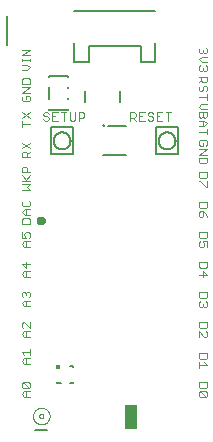
<source format=gto>
G75*
%MOIN*%
%OFA0B0*%
%FSLAX25Y25*%
%IPPOS*%
%LPD*%
%AMOC8*
5,1,8,0,0,1.08239X$1,22.5*
%
%ADD10C,0.00800*%
%ADD11C,0.00500*%
%ADD12C,0.01600*%
%ADD13C,0.00400*%
%ADD14R,0.03937X0.07874*%
%ADD15R,0.01000X0.10000*%
%ADD16C,0.00600*%
%ADD17R,0.01181X0.01181*%
D10*
X0019810Y0006476D02*
X0023747Y0006476D01*
X0042478Y0108100D02*
X0042480Y0108120D01*
X0042486Y0108138D01*
X0042495Y0108156D01*
X0042507Y0108171D01*
X0042522Y0108183D01*
X0042540Y0108192D01*
X0042558Y0108198D01*
X0042578Y0108200D01*
X0042598Y0108198D01*
X0042616Y0108192D01*
X0042634Y0108183D01*
X0042649Y0108171D01*
X0042661Y0108156D01*
X0042670Y0108138D01*
X0042676Y0108120D01*
X0042678Y0108100D01*
X0042676Y0108080D01*
X0042670Y0108062D01*
X0042661Y0108044D01*
X0042649Y0108029D01*
X0042634Y0108017D01*
X0042616Y0108008D01*
X0042598Y0108002D01*
X0042578Y0108000D01*
X0042558Y0108002D01*
X0042540Y0108008D01*
X0042522Y0108017D01*
X0042507Y0108029D01*
X0042495Y0108044D01*
X0042486Y0108062D01*
X0042480Y0108080D01*
X0042478Y0108100D01*
X0037517Y0129173D02*
X0032793Y0129173D01*
X0032793Y0135472D01*
X0037517Y0134685D02*
X0037517Y0129173D01*
X0037517Y0134685D02*
X0054840Y0134685D01*
X0054840Y0129173D01*
X0059564Y0129173D01*
X0059564Y0135472D01*
X0059564Y0146102D02*
X0032793Y0146102D01*
D11*
X0036173Y0119606D02*
X0036173Y0115794D01*
X0032378Y0107500D02*
X0024978Y0107500D01*
X0024941Y0107506D02*
X0024941Y0098537D01*
X0024978Y0098500D01*
X0032378Y0098500D01*
X0032378Y0107500D01*
X0025862Y0103000D02*
X0025864Y0103106D01*
X0025870Y0103212D01*
X0025880Y0103317D01*
X0025894Y0103422D01*
X0025912Y0103527D01*
X0025933Y0103630D01*
X0025959Y0103733D01*
X0025989Y0103835D01*
X0026022Y0103935D01*
X0026059Y0104035D01*
X0026100Y0104132D01*
X0026144Y0104229D01*
X0026192Y0104323D01*
X0026244Y0104416D01*
X0026299Y0104506D01*
X0026357Y0104595D01*
X0026419Y0104681D01*
X0026483Y0104765D01*
X0026551Y0104846D01*
X0026622Y0104925D01*
X0026696Y0105001D01*
X0026773Y0105074D01*
X0026852Y0105144D01*
X0026934Y0105211D01*
X0027019Y0105275D01*
X0027105Y0105336D01*
X0027194Y0105393D01*
X0027285Y0105448D01*
X0027378Y0105498D01*
X0027473Y0105545D01*
X0027570Y0105589D01*
X0027668Y0105629D01*
X0027768Y0105665D01*
X0027868Y0105697D01*
X0027971Y0105726D01*
X0028074Y0105750D01*
X0028177Y0105771D01*
X0028282Y0105788D01*
X0028387Y0105801D01*
X0028493Y0105810D01*
X0028599Y0105815D01*
X0028704Y0105816D01*
X0028810Y0105813D01*
X0028916Y0105806D01*
X0029021Y0105795D01*
X0029126Y0105780D01*
X0029231Y0105761D01*
X0029334Y0105739D01*
X0029437Y0105712D01*
X0029538Y0105681D01*
X0029638Y0105647D01*
X0029737Y0105609D01*
X0029835Y0105567D01*
X0029930Y0105522D01*
X0030024Y0105473D01*
X0030116Y0105421D01*
X0030207Y0105365D01*
X0030294Y0105306D01*
X0030380Y0105243D01*
X0030463Y0105178D01*
X0030544Y0105109D01*
X0030622Y0105037D01*
X0030697Y0104963D01*
X0030770Y0104886D01*
X0030839Y0104806D01*
X0030905Y0104723D01*
X0030969Y0104638D01*
X0031029Y0104551D01*
X0031085Y0104461D01*
X0031138Y0104370D01*
X0031188Y0104276D01*
X0031234Y0104181D01*
X0031277Y0104084D01*
X0031316Y0103985D01*
X0031351Y0103885D01*
X0031383Y0103784D01*
X0031410Y0103682D01*
X0031434Y0103579D01*
X0031454Y0103474D01*
X0031470Y0103370D01*
X0031482Y0103264D01*
X0031490Y0103159D01*
X0031494Y0103053D01*
X0031494Y0102947D01*
X0031490Y0102841D01*
X0031482Y0102736D01*
X0031470Y0102630D01*
X0031454Y0102526D01*
X0031434Y0102421D01*
X0031410Y0102318D01*
X0031383Y0102216D01*
X0031351Y0102115D01*
X0031316Y0102015D01*
X0031277Y0101916D01*
X0031234Y0101819D01*
X0031188Y0101724D01*
X0031138Y0101630D01*
X0031085Y0101539D01*
X0031029Y0101449D01*
X0030969Y0101362D01*
X0030905Y0101277D01*
X0030839Y0101194D01*
X0030770Y0101114D01*
X0030697Y0101037D01*
X0030622Y0100963D01*
X0030544Y0100891D01*
X0030463Y0100822D01*
X0030380Y0100757D01*
X0030294Y0100694D01*
X0030207Y0100635D01*
X0030116Y0100579D01*
X0030024Y0100527D01*
X0029930Y0100478D01*
X0029835Y0100433D01*
X0029737Y0100391D01*
X0029638Y0100353D01*
X0029538Y0100319D01*
X0029437Y0100288D01*
X0029334Y0100261D01*
X0029231Y0100239D01*
X0029126Y0100220D01*
X0029021Y0100205D01*
X0028916Y0100194D01*
X0028810Y0100187D01*
X0028704Y0100184D01*
X0028599Y0100185D01*
X0028493Y0100190D01*
X0028387Y0100199D01*
X0028282Y0100212D01*
X0028177Y0100229D01*
X0028074Y0100250D01*
X0027971Y0100274D01*
X0027868Y0100303D01*
X0027768Y0100335D01*
X0027668Y0100371D01*
X0027570Y0100411D01*
X0027473Y0100455D01*
X0027378Y0100502D01*
X0027285Y0100552D01*
X0027194Y0100607D01*
X0027105Y0100664D01*
X0027019Y0100725D01*
X0026934Y0100789D01*
X0026852Y0100856D01*
X0026773Y0100926D01*
X0026696Y0100999D01*
X0026622Y0101075D01*
X0026551Y0101154D01*
X0026483Y0101235D01*
X0026419Y0101319D01*
X0026357Y0101405D01*
X0026299Y0101494D01*
X0026244Y0101584D01*
X0026192Y0101677D01*
X0026144Y0101771D01*
X0026100Y0101868D01*
X0026059Y0101965D01*
X0026022Y0102065D01*
X0025989Y0102165D01*
X0025959Y0102267D01*
X0025933Y0102370D01*
X0025912Y0102473D01*
X0025894Y0102578D01*
X0025880Y0102683D01*
X0025870Y0102788D01*
X0025864Y0102894D01*
X0025862Y0103000D01*
X0042478Y0098100D02*
X0049878Y0098100D01*
X0049878Y0107900D02*
X0043878Y0107900D01*
X0047984Y0115794D02*
X0047984Y0119606D01*
X0059941Y0107506D02*
X0059941Y0098537D01*
X0059978Y0098500D01*
X0067378Y0098500D01*
X0067378Y0107500D01*
X0059978Y0107500D01*
X0060862Y0103000D02*
X0060864Y0103106D01*
X0060870Y0103212D01*
X0060880Y0103317D01*
X0060894Y0103422D01*
X0060912Y0103527D01*
X0060933Y0103630D01*
X0060959Y0103733D01*
X0060989Y0103835D01*
X0061022Y0103935D01*
X0061059Y0104035D01*
X0061100Y0104132D01*
X0061144Y0104229D01*
X0061192Y0104323D01*
X0061244Y0104416D01*
X0061299Y0104506D01*
X0061357Y0104595D01*
X0061419Y0104681D01*
X0061483Y0104765D01*
X0061551Y0104846D01*
X0061622Y0104925D01*
X0061696Y0105001D01*
X0061773Y0105074D01*
X0061852Y0105144D01*
X0061934Y0105211D01*
X0062019Y0105275D01*
X0062105Y0105336D01*
X0062194Y0105393D01*
X0062285Y0105448D01*
X0062378Y0105498D01*
X0062473Y0105545D01*
X0062570Y0105589D01*
X0062668Y0105629D01*
X0062768Y0105665D01*
X0062868Y0105697D01*
X0062971Y0105726D01*
X0063074Y0105750D01*
X0063177Y0105771D01*
X0063282Y0105788D01*
X0063387Y0105801D01*
X0063493Y0105810D01*
X0063599Y0105815D01*
X0063704Y0105816D01*
X0063810Y0105813D01*
X0063916Y0105806D01*
X0064021Y0105795D01*
X0064126Y0105780D01*
X0064231Y0105761D01*
X0064334Y0105739D01*
X0064437Y0105712D01*
X0064538Y0105681D01*
X0064638Y0105647D01*
X0064737Y0105609D01*
X0064835Y0105567D01*
X0064930Y0105522D01*
X0065024Y0105473D01*
X0065116Y0105421D01*
X0065207Y0105365D01*
X0065294Y0105306D01*
X0065380Y0105243D01*
X0065463Y0105178D01*
X0065544Y0105109D01*
X0065622Y0105037D01*
X0065697Y0104963D01*
X0065770Y0104886D01*
X0065839Y0104806D01*
X0065905Y0104723D01*
X0065969Y0104638D01*
X0066029Y0104551D01*
X0066085Y0104461D01*
X0066138Y0104370D01*
X0066188Y0104276D01*
X0066234Y0104181D01*
X0066277Y0104084D01*
X0066316Y0103985D01*
X0066351Y0103885D01*
X0066383Y0103784D01*
X0066410Y0103682D01*
X0066434Y0103579D01*
X0066454Y0103474D01*
X0066470Y0103370D01*
X0066482Y0103264D01*
X0066490Y0103159D01*
X0066494Y0103053D01*
X0066494Y0102947D01*
X0066490Y0102841D01*
X0066482Y0102736D01*
X0066470Y0102630D01*
X0066454Y0102526D01*
X0066434Y0102421D01*
X0066410Y0102318D01*
X0066383Y0102216D01*
X0066351Y0102115D01*
X0066316Y0102015D01*
X0066277Y0101916D01*
X0066234Y0101819D01*
X0066188Y0101724D01*
X0066138Y0101630D01*
X0066085Y0101539D01*
X0066029Y0101449D01*
X0065969Y0101362D01*
X0065905Y0101277D01*
X0065839Y0101194D01*
X0065770Y0101114D01*
X0065697Y0101037D01*
X0065622Y0100963D01*
X0065544Y0100891D01*
X0065463Y0100822D01*
X0065380Y0100757D01*
X0065294Y0100694D01*
X0065207Y0100635D01*
X0065116Y0100579D01*
X0065024Y0100527D01*
X0064930Y0100478D01*
X0064835Y0100433D01*
X0064737Y0100391D01*
X0064638Y0100353D01*
X0064538Y0100319D01*
X0064437Y0100288D01*
X0064334Y0100261D01*
X0064231Y0100239D01*
X0064126Y0100220D01*
X0064021Y0100205D01*
X0063916Y0100194D01*
X0063810Y0100187D01*
X0063704Y0100184D01*
X0063599Y0100185D01*
X0063493Y0100190D01*
X0063387Y0100199D01*
X0063282Y0100212D01*
X0063177Y0100229D01*
X0063074Y0100250D01*
X0062971Y0100274D01*
X0062868Y0100303D01*
X0062768Y0100335D01*
X0062668Y0100371D01*
X0062570Y0100411D01*
X0062473Y0100455D01*
X0062378Y0100502D01*
X0062285Y0100552D01*
X0062194Y0100607D01*
X0062105Y0100664D01*
X0062019Y0100725D01*
X0061934Y0100789D01*
X0061852Y0100856D01*
X0061773Y0100926D01*
X0061696Y0100999D01*
X0061622Y0101075D01*
X0061551Y0101154D01*
X0061483Y0101235D01*
X0061419Y0101319D01*
X0061357Y0101405D01*
X0061299Y0101494D01*
X0061244Y0101584D01*
X0061192Y0101677D01*
X0061144Y0101771D01*
X0061100Y0101868D01*
X0061059Y0101965D01*
X0061022Y0102065D01*
X0060989Y0102165D01*
X0060959Y0102267D01*
X0060933Y0102370D01*
X0060912Y0102473D01*
X0060894Y0102578D01*
X0060880Y0102683D01*
X0060870Y0102788D01*
X0060864Y0102894D01*
X0060862Y0103000D01*
D12*
X0020995Y0076400D02*
X0020997Y0076448D01*
X0021003Y0076496D01*
X0021013Y0076543D01*
X0021027Y0076589D01*
X0021044Y0076634D01*
X0021065Y0076677D01*
X0021090Y0076719D01*
X0021118Y0076758D01*
X0021149Y0076795D01*
X0021183Y0076829D01*
X0021220Y0076860D01*
X0021259Y0076888D01*
X0021301Y0076913D01*
X0021344Y0076934D01*
X0021389Y0076951D01*
X0021435Y0076965D01*
X0021482Y0076975D01*
X0021530Y0076981D01*
X0021578Y0076983D01*
X0021626Y0076981D01*
X0021674Y0076975D01*
X0021721Y0076965D01*
X0021767Y0076951D01*
X0021812Y0076934D01*
X0021855Y0076913D01*
X0021897Y0076888D01*
X0021936Y0076860D01*
X0021973Y0076829D01*
X0022007Y0076795D01*
X0022038Y0076758D01*
X0022066Y0076719D01*
X0022091Y0076677D01*
X0022112Y0076634D01*
X0022129Y0076589D01*
X0022143Y0076543D01*
X0022153Y0076496D01*
X0022159Y0076448D01*
X0022161Y0076400D01*
X0022159Y0076352D01*
X0022153Y0076304D01*
X0022143Y0076257D01*
X0022129Y0076211D01*
X0022112Y0076166D01*
X0022091Y0076123D01*
X0022066Y0076081D01*
X0022038Y0076042D01*
X0022007Y0076005D01*
X0021973Y0075971D01*
X0021936Y0075940D01*
X0021897Y0075912D01*
X0021855Y0075887D01*
X0021812Y0075866D01*
X0021767Y0075849D01*
X0021721Y0075835D01*
X0021674Y0075825D01*
X0021626Y0075819D01*
X0021578Y0075817D01*
X0021530Y0075819D01*
X0021482Y0075825D01*
X0021435Y0075835D01*
X0021389Y0075849D01*
X0021344Y0075866D01*
X0021301Y0075887D01*
X0021259Y0075912D01*
X0021220Y0075940D01*
X0021183Y0075971D01*
X0021149Y0076005D01*
X0021118Y0076042D01*
X0021090Y0076081D01*
X0021065Y0076123D01*
X0021044Y0076166D01*
X0021027Y0076211D01*
X0021013Y0076257D01*
X0021003Y0076304D01*
X0020997Y0076352D01*
X0020995Y0076400D01*
D13*
X0018078Y0076701D02*
X0018078Y0075300D01*
X0015276Y0075300D01*
X0015276Y0076701D01*
X0015743Y0077168D01*
X0017611Y0077168D01*
X0018078Y0076701D01*
X0018078Y0078247D02*
X0016210Y0078247D01*
X0015276Y0079181D01*
X0016210Y0080115D01*
X0018078Y0080115D01*
X0017611Y0081193D02*
X0015743Y0081193D01*
X0015276Y0081660D01*
X0015276Y0082594D01*
X0015743Y0083061D01*
X0017611Y0083061D02*
X0018078Y0082594D01*
X0018078Y0081660D01*
X0017611Y0081193D01*
X0016677Y0080115D02*
X0016677Y0078247D01*
X0016577Y0072415D02*
X0017511Y0072415D01*
X0017978Y0071948D01*
X0017978Y0071014D01*
X0017511Y0070547D01*
X0016577Y0070547D02*
X0016110Y0071481D01*
X0016110Y0071948D01*
X0016577Y0072415D01*
X0015176Y0072415D02*
X0015176Y0070547D01*
X0016577Y0070547D01*
X0016577Y0069468D02*
X0016577Y0067600D01*
X0016110Y0067600D02*
X0015176Y0068534D01*
X0016110Y0069468D01*
X0017978Y0069468D01*
X0017978Y0067600D02*
X0016110Y0067600D01*
X0016577Y0062415D02*
X0016577Y0060547D01*
X0015176Y0061948D01*
X0017978Y0061948D01*
X0017978Y0059468D02*
X0016110Y0059468D01*
X0015176Y0058534D01*
X0016110Y0057600D01*
X0017978Y0057600D01*
X0016577Y0057600D02*
X0016577Y0059468D01*
X0016110Y0052615D02*
X0016577Y0052148D01*
X0017044Y0052615D01*
X0017511Y0052615D01*
X0017978Y0052148D01*
X0017978Y0051214D01*
X0017511Y0050747D01*
X0017978Y0049668D02*
X0016110Y0049668D01*
X0015176Y0048734D01*
X0016110Y0047800D01*
X0017978Y0047800D01*
X0016577Y0047800D02*
X0016577Y0049668D01*
X0015643Y0050747D02*
X0015176Y0051214D01*
X0015176Y0052148D01*
X0015643Y0052615D01*
X0016110Y0052615D01*
X0016577Y0052148D02*
X0016577Y0051681D01*
X0016110Y0042415D02*
X0015643Y0042415D01*
X0015176Y0041948D01*
X0015176Y0041014D01*
X0015643Y0040547D01*
X0016110Y0039468D02*
X0017978Y0039468D01*
X0017978Y0040547D02*
X0016110Y0042415D01*
X0017978Y0042415D02*
X0017978Y0040547D01*
X0016577Y0039468D02*
X0016577Y0037600D01*
X0016110Y0037600D02*
X0015176Y0038534D01*
X0016110Y0039468D01*
X0016110Y0037600D02*
X0017978Y0037600D01*
X0017978Y0033415D02*
X0017978Y0031547D01*
X0017978Y0032481D02*
X0015176Y0032481D01*
X0016110Y0031547D01*
X0016110Y0030468D02*
X0017978Y0030468D01*
X0016577Y0030468D02*
X0016577Y0028600D01*
X0016110Y0028600D02*
X0015176Y0029534D01*
X0016110Y0030468D01*
X0016110Y0028600D02*
X0017978Y0028600D01*
X0017511Y0022415D02*
X0015643Y0022415D01*
X0017511Y0020547D01*
X0017978Y0021014D01*
X0017978Y0021948D01*
X0017511Y0022415D01*
X0015643Y0022415D02*
X0015176Y0021948D01*
X0015176Y0021014D01*
X0015643Y0020547D01*
X0017511Y0020547D01*
X0017978Y0019468D02*
X0016110Y0019468D01*
X0015176Y0018534D01*
X0016110Y0017600D01*
X0017978Y0017600D01*
X0016577Y0017600D02*
X0016577Y0019468D01*
X0021089Y0011200D02*
X0021091Y0011252D01*
X0021097Y0011304D01*
X0021107Y0011355D01*
X0021120Y0011405D01*
X0021138Y0011455D01*
X0021159Y0011502D01*
X0021183Y0011548D01*
X0021212Y0011592D01*
X0021243Y0011634D01*
X0021277Y0011673D01*
X0021314Y0011710D01*
X0021354Y0011743D01*
X0021397Y0011774D01*
X0021441Y0011801D01*
X0021487Y0011825D01*
X0021536Y0011845D01*
X0021585Y0011861D01*
X0021636Y0011874D01*
X0021687Y0011883D01*
X0021739Y0011888D01*
X0021791Y0011889D01*
X0021843Y0011886D01*
X0021895Y0011879D01*
X0021946Y0011868D01*
X0021996Y0011854D01*
X0022045Y0011835D01*
X0022092Y0011813D01*
X0022137Y0011788D01*
X0022181Y0011759D01*
X0022222Y0011727D01*
X0022261Y0011692D01*
X0022296Y0011654D01*
X0022329Y0011613D01*
X0022359Y0011571D01*
X0022385Y0011526D01*
X0022408Y0011479D01*
X0022427Y0011430D01*
X0022443Y0011380D01*
X0022455Y0011330D01*
X0022463Y0011278D01*
X0022467Y0011226D01*
X0022467Y0011174D01*
X0022463Y0011122D01*
X0022455Y0011070D01*
X0022443Y0011020D01*
X0022427Y0010970D01*
X0022408Y0010921D01*
X0022385Y0010874D01*
X0022359Y0010829D01*
X0022329Y0010787D01*
X0022296Y0010746D01*
X0022261Y0010708D01*
X0022222Y0010673D01*
X0022181Y0010641D01*
X0022137Y0010612D01*
X0022092Y0010587D01*
X0022045Y0010565D01*
X0021996Y0010546D01*
X0021946Y0010532D01*
X0021895Y0010521D01*
X0021843Y0010514D01*
X0021791Y0010511D01*
X0021739Y0010512D01*
X0021687Y0010517D01*
X0021636Y0010526D01*
X0021585Y0010539D01*
X0021536Y0010555D01*
X0021487Y0010575D01*
X0021441Y0010599D01*
X0021397Y0010626D01*
X0021354Y0010657D01*
X0021314Y0010690D01*
X0021277Y0010727D01*
X0021243Y0010766D01*
X0021212Y0010808D01*
X0021183Y0010852D01*
X0021159Y0010898D01*
X0021138Y0010945D01*
X0021120Y0010995D01*
X0021107Y0011045D01*
X0021097Y0011096D01*
X0021091Y0011148D01*
X0021089Y0011200D01*
X0019022Y0011200D02*
X0019024Y0011305D01*
X0019030Y0011410D01*
X0019040Y0011514D01*
X0019054Y0011618D01*
X0019072Y0011722D01*
X0019094Y0011824D01*
X0019119Y0011926D01*
X0019149Y0012027D01*
X0019182Y0012126D01*
X0019219Y0012224D01*
X0019260Y0012321D01*
X0019305Y0012416D01*
X0019353Y0012509D01*
X0019404Y0012601D01*
X0019460Y0012690D01*
X0019518Y0012777D01*
X0019580Y0012862D01*
X0019644Y0012945D01*
X0019712Y0013025D01*
X0019783Y0013102D01*
X0019857Y0013176D01*
X0019934Y0013248D01*
X0020013Y0013317D01*
X0020095Y0013382D01*
X0020179Y0013445D01*
X0020266Y0013504D01*
X0020355Y0013560D01*
X0020446Y0013613D01*
X0020539Y0013662D01*
X0020633Y0013707D01*
X0020729Y0013749D01*
X0020827Y0013787D01*
X0020926Y0013821D01*
X0021027Y0013852D01*
X0021128Y0013878D01*
X0021231Y0013901D01*
X0021334Y0013920D01*
X0021438Y0013935D01*
X0021542Y0013946D01*
X0021647Y0013953D01*
X0021752Y0013956D01*
X0021857Y0013955D01*
X0021962Y0013950D01*
X0022066Y0013941D01*
X0022170Y0013928D01*
X0022274Y0013911D01*
X0022377Y0013890D01*
X0022479Y0013865D01*
X0022580Y0013837D01*
X0022679Y0013804D01*
X0022778Y0013768D01*
X0022875Y0013728D01*
X0022970Y0013685D01*
X0023064Y0013637D01*
X0023156Y0013587D01*
X0023246Y0013533D01*
X0023334Y0013475D01*
X0023419Y0013414D01*
X0023502Y0013350D01*
X0023583Y0013283D01*
X0023661Y0013213D01*
X0023736Y0013139D01*
X0023808Y0013064D01*
X0023878Y0012985D01*
X0023944Y0012904D01*
X0024008Y0012820D01*
X0024068Y0012734D01*
X0024124Y0012646D01*
X0024178Y0012555D01*
X0024228Y0012463D01*
X0024274Y0012369D01*
X0024317Y0012273D01*
X0024356Y0012175D01*
X0024391Y0012077D01*
X0024422Y0011976D01*
X0024450Y0011875D01*
X0024474Y0011773D01*
X0024494Y0011670D01*
X0024510Y0011566D01*
X0024522Y0011462D01*
X0024530Y0011357D01*
X0024534Y0011252D01*
X0024534Y0011148D01*
X0024530Y0011043D01*
X0024522Y0010938D01*
X0024510Y0010834D01*
X0024494Y0010730D01*
X0024474Y0010627D01*
X0024450Y0010525D01*
X0024422Y0010424D01*
X0024391Y0010323D01*
X0024356Y0010225D01*
X0024317Y0010127D01*
X0024274Y0010031D01*
X0024228Y0009937D01*
X0024178Y0009845D01*
X0024124Y0009754D01*
X0024068Y0009666D01*
X0024008Y0009580D01*
X0023944Y0009496D01*
X0023878Y0009415D01*
X0023808Y0009336D01*
X0023736Y0009261D01*
X0023661Y0009187D01*
X0023583Y0009117D01*
X0023502Y0009050D01*
X0023419Y0008986D01*
X0023334Y0008925D01*
X0023246Y0008867D01*
X0023156Y0008813D01*
X0023064Y0008763D01*
X0022970Y0008715D01*
X0022875Y0008672D01*
X0022778Y0008632D01*
X0022679Y0008596D01*
X0022580Y0008563D01*
X0022479Y0008535D01*
X0022377Y0008510D01*
X0022274Y0008489D01*
X0022170Y0008472D01*
X0022066Y0008459D01*
X0021962Y0008450D01*
X0021857Y0008445D01*
X0021752Y0008444D01*
X0021647Y0008447D01*
X0021542Y0008454D01*
X0021438Y0008465D01*
X0021334Y0008480D01*
X0021231Y0008499D01*
X0021128Y0008522D01*
X0021027Y0008548D01*
X0020926Y0008579D01*
X0020827Y0008613D01*
X0020729Y0008651D01*
X0020633Y0008693D01*
X0020539Y0008738D01*
X0020446Y0008787D01*
X0020355Y0008840D01*
X0020266Y0008896D01*
X0020179Y0008955D01*
X0020095Y0009018D01*
X0020013Y0009083D01*
X0019934Y0009152D01*
X0019857Y0009224D01*
X0019783Y0009298D01*
X0019712Y0009375D01*
X0019644Y0009455D01*
X0019580Y0009538D01*
X0019518Y0009623D01*
X0019460Y0009710D01*
X0019404Y0009799D01*
X0019353Y0009891D01*
X0019305Y0009984D01*
X0019260Y0010079D01*
X0019219Y0010176D01*
X0019182Y0010274D01*
X0019149Y0010373D01*
X0019119Y0010474D01*
X0019094Y0010576D01*
X0019072Y0010678D01*
X0019054Y0010782D01*
X0019040Y0010886D01*
X0019030Y0010990D01*
X0019024Y0011095D01*
X0019022Y0011200D01*
X0074278Y0018052D02*
X0074278Y0018986D01*
X0074746Y0019453D01*
X0076614Y0017585D01*
X0074746Y0017585D01*
X0074278Y0018052D01*
X0074746Y0019453D02*
X0076614Y0019453D01*
X0077081Y0018986D01*
X0077081Y0018052D01*
X0076614Y0017585D01*
X0076614Y0020532D02*
X0074746Y0020532D01*
X0074278Y0020999D01*
X0074278Y0022400D01*
X0077081Y0022400D01*
X0077081Y0020999D01*
X0076614Y0020532D01*
X0074278Y0027285D02*
X0074278Y0029153D01*
X0074278Y0028219D02*
X0077081Y0028219D01*
X0076147Y0029153D01*
X0076614Y0030232D02*
X0074746Y0030232D01*
X0074278Y0030699D01*
X0074278Y0032100D01*
X0077081Y0032100D01*
X0077081Y0030699D01*
X0076614Y0030232D01*
X0076614Y0037585D02*
X0077081Y0038052D01*
X0077081Y0038986D01*
X0076614Y0039453D01*
X0076614Y0040532D02*
X0074746Y0040532D01*
X0074278Y0040999D01*
X0074278Y0042400D01*
X0077081Y0042400D01*
X0077081Y0040999D01*
X0076614Y0040532D01*
X0074278Y0039453D02*
X0076147Y0037585D01*
X0076614Y0037585D01*
X0074278Y0037585D02*
X0074278Y0039453D01*
X0074746Y0047585D02*
X0074278Y0048052D01*
X0074278Y0048986D01*
X0074746Y0049453D01*
X0074746Y0050532D02*
X0076614Y0050532D01*
X0077081Y0050999D01*
X0077081Y0052400D01*
X0074278Y0052400D01*
X0074278Y0050999D01*
X0074746Y0050532D01*
X0076614Y0049453D02*
X0077081Y0048986D01*
X0077081Y0048052D01*
X0076614Y0047585D01*
X0076147Y0047585D01*
X0075680Y0048052D01*
X0075213Y0047585D01*
X0074746Y0047585D01*
X0075680Y0048052D02*
X0075680Y0048519D01*
X0075680Y0057685D02*
X0075680Y0059553D01*
X0077081Y0058152D01*
X0074278Y0058152D01*
X0074746Y0060632D02*
X0076614Y0060632D01*
X0077081Y0061099D01*
X0077081Y0062500D01*
X0074278Y0062500D01*
X0074278Y0061099D01*
X0074746Y0060632D01*
X0074746Y0067585D02*
X0074278Y0068052D01*
X0074278Y0068986D01*
X0074746Y0069453D01*
X0075680Y0069453D02*
X0076147Y0068519D01*
X0076147Y0068052D01*
X0075680Y0067585D01*
X0074746Y0067585D01*
X0075680Y0069453D02*
X0077081Y0069453D01*
X0077081Y0067585D01*
X0076614Y0070532D02*
X0074746Y0070532D01*
X0074278Y0070999D01*
X0074278Y0072400D01*
X0077081Y0072400D01*
X0077081Y0070999D01*
X0076614Y0070532D01*
X0077081Y0077585D02*
X0076614Y0078519D01*
X0075680Y0079453D01*
X0075680Y0078052D01*
X0075213Y0077585D01*
X0074746Y0077585D01*
X0074278Y0078052D01*
X0074278Y0078986D01*
X0074746Y0079453D01*
X0075680Y0079453D01*
X0076614Y0080532D02*
X0077081Y0080999D01*
X0077081Y0082400D01*
X0074278Y0082400D01*
X0074278Y0080999D01*
X0074746Y0080532D01*
X0076614Y0080532D01*
X0076614Y0087585D02*
X0074746Y0089453D01*
X0074278Y0089453D01*
X0074746Y0090532D02*
X0076614Y0090532D01*
X0077081Y0090999D01*
X0077081Y0092400D01*
X0074278Y0092400D01*
X0074278Y0090999D01*
X0074746Y0090532D01*
X0077081Y0089453D02*
X0077081Y0087585D01*
X0076614Y0087585D01*
X0076514Y0095439D02*
X0074646Y0095439D01*
X0074178Y0095906D01*
X0074178Y0097307D01*
X0076981Y0097307D01*
X0076981Y0095906D01*
X0076514Y0095439D01*
X0076981Y0098385D02*
X0074178Y0098385D01*
X0076981Y0100253D01*
X0074178Y0100253D01*
X0074646Y0101332D02*
X0075580Y0101332D01*
X0075580Y0102266D01*
X0076514Y0103200D02*
X0076981Y0102733D01*
X0076981Y0101799D01*
X0076514Y0101332D01*
X0076514Y0103200D02*
X0074646Y0103200D01*
X0074178Y0102733D01*
X0074178Y0101799D01*
X0074646Y0101332D01*
X0076881Y0105178D02*
X0076881Y0106913D01*
X0076881Y0106046D02*
X0074278Y0106046D01*
X0074278Y0107940D02*
X0076013Y0107940D01*
X0076881Y0108808D01*
X0076013Y0109675D01*
X0074278Y0109675D01*
X0074712Y0110703D02*
X0074278Y0111137D01*
X0074278Y0112438D01*
X0076881Y0112438D01*
X0076881Y0111137D01*
X0076447Y0110703D01*
X0076013Y0110703D01*
X0075580Y0111137D01*
X0075580Y0112438D01*
X0075146Y0113465D02*
X0076881Y0113465D01*
X0076881Y0115200D02*
X0075146Y0115200D01*
X0074278Y0114333D01*
X0075146Y0113465D01*
X0075580Y0111137D02*
X0075146Y0110703D01*
X0074712Y0110703D01*
X0075580Y0109675D02*
X0075580Y0107940D01*
X0076981Y0116539D02*
X0076981Y0118407D01*
X0076981Y0117473D02*
X0074178Y0117473D01*
X0074646Y0119485D02*
X0074178Y0119952D01*
X0074178Y0120886D01*
X0074646Y0121353D01*
X0075580Y0120886D02*
X0075580Y0119952D01*
X0075113Y0119485D01*
X0074646Y0119485D01*
X0075580Y0120886D02*
X0076047Y0121353D01*
X0076514Y0121353D01*
X0076981Y0120886D01*
X0076981Y0119952D01*
X0076514Y0119485D01*
X0076514Y0122432D02*
X0075580Y0122432D01*
X0075113Y0122899D01*
X0075113Y0124300D01*
X0075113Y0123366D02*
X0074178Y0122432D01*
X0074178Y0124300D02*
X0076981Y0124300D01*
X0076981Y0122899D01*
X0076514Y0122432D01*
X0076614Y0126239D02*
X0076147Y0126239D01*
X0075680Y0126706D01*
X0075213Y0126239D01*
X0074746Y0126239D01*
X0074278Y0126706D01*
X0074278Y0127640D01*
X0074746Y0128107D01*
X0075213Y0129185D02*
X0074278Y0130119D01*
X0075213Y0131053D01*
X0077081Y0131053D01*
X0076614Y0132132D02*
X0077081Y0132599D01*
X0077081Y0133533D01*
X0076614Y0134000D01*
X0075680Y0133066D02*
X0075680Y0132599D01*
X0075213Y0132132D01*
X0074746Y0132132D01*
X0074278Y0132599D01*
X0074278Y0133533D01*
X0074746Y0134000D01*
X0075680Y0132599D02*
X0076147Y0132132D01*
X0076614Y0132132D01*
X0077081Y0129185D02*
X0075213Y0129185D01*
X0076614Y0128107D02*
X0077081Y0127640D01*
X0077081Y0126706D01*
X0076614Y0126239D01*
X0075680Y0126706D02*
X0075680Y0127173D01*
X0065033Y0112502D02*
X0063165Y0112502D01*
X0064099Y0112502D02*
X0064099Y0109700D01*
X0062086Y0109700D02*
X0060218Y0109700D01*
X0060218Y0112502D01*
X0062086Y0112502D01*
X0061152Y0111101D02*
X0060218Y0111101D01*
X0059140Y0110634D02*
X0059140Y0110167D01*
X0058673Y0109700D01*
X0057739Y0109700D01*
X0057271Y0110167D01*
X0057739Y0111101D02*
X0058673Y0111101D01*
X0059140Y0110634D01*
X0059140Y0112035D02*
X0058673Y0112502D01*
X0057739Y0112502D01*
X0057271Y0112035D01*
X0057271Y0111568D01*
X0057739Y0111101D01*
X0056193Y0109700D02*
X0054325Y0109700D01*
X0054325Y0112502D01*
X0056193Y0112502D01*
X0055259Y0111101D02*
X0054325Y0111101D01*
X0053247Y0111101D02*
X0052780Y0110634D01*
X0051378Y0110634D01*
X0051378Y0109700D02*
X0051378Y0112502D01*
X0052780Y0112502D01*
X0053247Y0112035D01*
X0053247Y0111101D01*
X0052313Y0110634D02*
X0053247Y0109700D01*
X0036033Y0111101D02*
X0035566Y0110634D01*
X0034165Y0110634D01*
X0034165Y0109700D02*
X0034165Y0112502D01*
X0035566Y0112502D01*
X0036033Y0112035D01*
X0036033Y0111101D01*
X0033086Y0110167D02*
X0033086Y0112502D01*
X0031218Y0112502D02*
X0031218Y0110167D01*
X0031685Y0109700D01*
X0032619Y0109700D01*
X0033086Y0110167D01*
X0030140Y0112502D02*
X0028271Y0112502D01*
X0029206Y0112502D02*
X0029206Y0109700D01*
X0027193Y0109700D02*
X0025325Y0109700D01*
X0025325Y0112502D01*
X0027193Y0112502D01*
X0026259Y0111101D02*
X0025325Y0111101D01*
X0024247Y0110634D02*
X0024247Y0110167D01*
X0023780Y0109700D01*
X0022846Y0109700D01*
X0022378Y0110167D01*
X0022846Y0111101D02*
X0023780Y0111101D01*
X0024247Y0110634D01*
X0024247Y0112035D02*
X0023780Y0112502D01*
X0022846Y0112502D01*
X0022378Y0112035D01*
X0022378Y0111568D01*
X0022846Y0111101D01*
X0017978Y0110647D02*
X0015176Y0112515D01*
X0015176Y0110647D02*
X0017978Y0112515D01*
X0017511Y0116100D02*
X0015643Y0116100D01*
X0015176Y0116567D01*
X0015176Y0117501D01*
X0015643Y0117968D01*
X0016577Y0117968D02*
X0016577Y0117034D01*
X0016577Y0117968D02*
X0017511Y0117968D01*
X0017978Y0117501D01*
X0017978Y0116567D01*
X0017511Y0116100D01*
X0017978Y0119047D02*
X0015176Y0119047D01*
X0017978Y0120915D01*
X0015176Y0120915D01*
X0015176Y0121993D02*
X0015176Y0123394D01*
X0015643Y0123861D01*
X0017511Y0123861D01*
X0017978Y0123394D01*
X0017978Y0121993D01*
X0015176Y0121993D01*
X0015176Y0126500D02*
X0017044Y0126500D01*
X0017978Y0127434D01*
X0017044Y0128368D01*
X0015176Y0128368D01*
X0015176Y0129447D02*
X0015176Y0130381D01*
X0015176Y0129914D02*
X0017978Y0129914D01*
X0017978Y0129447D02*
X0017978Y0130381D01*
X0017978Y0131411D02*
X0015176Y0131411D01*
X0017978Y0133279D01*
X0015176Y0133279D01*
X0015176Y0109568D02*
X0015176Y0107700D01*
X0015176Y0108634D02*
X0017978Y0108634D01*
X0017978Y0102315D02*
X0015176Y0100447D01*
X0015643Y0099368D02*
X0015176Y0098901D01*
X0015176Y0097500D01*
X0017978Y0097500D01*
X0017044Y0097500D02*
X0017044Y0098901D01*
X0016577Y0099368D01*
X0015643Y0099368D01*
X0017044Y0098434D02*
X0017978Y0099368D01*
X0017978Y0100447D02*
X0015176Y0102315D01*
X0015643Y0094361D02*
X0015176Y0093894D01*
X0015176Y0092493D01*
X0017978Y0092493D01*
X0017044Y0092493D02*
X0017044Y0093894D01*
X0016577Y0094361D01*
X0015643Y0094361D01*
X0015176Y0091415D02*
X0017044Y0089547D01*
X0016577Y0090014D02*
X0017978Y0091415D01*
X0017978Y0089547D02*
X0015176Y0089547D01*
X0015176Y0088468D02*
X0017978Y0088468D01*
X0017044Y0087534D01*
X0017978Y0086600D01*
X0015176Y0086600D01*
D14*
X0051623Y0010900D03*
D15*
X0010178Y0139400D03*
D16*
X0024188Y0124500D02*
X0024188Y0124127D01*
X0024188Y0124500D02*
X0030569Y0124500D01*
X0030569Y0124127D01*
X0030569Y0120957D02*
X0030569Y0120583D01*
X0030569Y0117217D02*
X0030569Y0116843D01*
X0030569Y0113673D02*
X0030569Y0113300D01*
X0024188Y0113300D01*
X0024188Y0113673D01*
X0024188Y0116843D02*
X0024188Y0120957D01*
X0031219Y0027856D02*
X0032378Y0027856D01*
X0032378Y0027500D01*
X0032377Y0027556D01*
X0032378Y0022656D02*
X0032378Y0022356D01*
X0031219Y0022356D01*
X0028178Y0022356D02*
X0026978Y0022356D01*
X0026978Y0022400D01*
X0026979Y0022646D01*
D17*
X0027277Y0027659D03*
M02*

</source>
